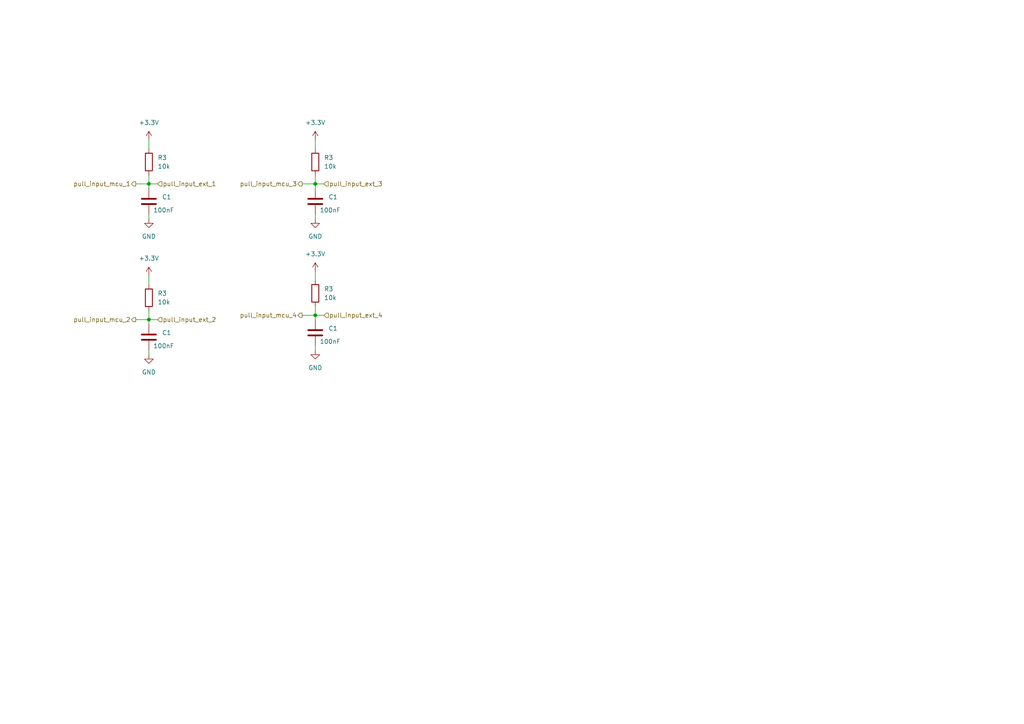
<source format=kicad_sch>
(kicad_sch (version 20230121) (generator eeschema)
  (paper "A4")
  (lib_symbols
    (symbol "Device:C" (pin_numbers hide) (pin_names (offset 0.254))
      (property "Reference" "C" (at 0.635 2.54 0))
      (property "Value" "C" (at 0.635 -2.54 0))
      (symbol "C_0_1"
        (polyline (pts (xy -2.032 -0.762) (xy 2.032 -0.762)) (stroke (width 0.508)))
        (polyline (pts (xy -2.032 0.762) (xy 2.032 0.762)) (stroke (width 0.508)))
      )
      (symbol "C_1_1"
        (pin passive line (at 0 3.81 270) (length 2.794) (name "~") (number "1"))
        (pin passive line (at 0 -3.81 90) (length 2.794) (name "~") (number "2"))
      )
    )
    (symbol "Device:R" (pin_numbers hide) (pin_names (offset 0))
      (property "Reference" "R" (at 2.032 0 90))
      (property "Value" "R" (at 0 0 90))
      (symbol "R_0_1"
        (rectangle (start -1.016 -2.54) (end 1.016 2.54) (stroke (width 0.254)))
      )
      (symbol "R_1_1"
        (pin passive line (at 0 3.81 270) (length 1.27) (name "~") (number "1"))
        (pin passive line (at 0 -3.81 90) (length 1.27) (name "~") (number "2"))
      )
    )
    (symbol "power:+3.3V" (power) (pin_names (offset 0))
      (property "Value" "+3.3V" (at 0 3.556 0))
      (symbol "+3.3V_0_1"
        (polyline (pts (xy -0.762 1.27) (xy 0 2.54)))
        (polyline (pts (xy 0 0) (xy 0 2.54)))
        (polyline (pts (xy 0 2.54) (xy 0.762 1.27)))
      )
      (symbol "+3.3V_1_1"
        (pin power_in line (at 0 0 90) (length 0) hide (name "+3.3V") (number "1"))
      )
    )
    (symbol "power:GND" (power) (pin_names (offset 0))
      (property "Value" "GND" (at 0 -3.81 0))
      (symbol "GND_0_1"
        (polyline (pts (xy 0 0) (xy 0 -1.27) (xy 1.27 -1.27) (xy 0 -2.54) (xy -1.27 -1.27) (xy 0 -1.27)))
      )
      (symbol "GND_1_1"
        (pin power_in line (at 0 0 270) (length 0) hide (name "GND") (number "1"))
      )
    )
  )
  (junction (at 91.44 53.34))
  (junction (at 43.18 92.71))
  (junction (at 91.44 91.44))
  (junction (at 43.18 53.34))
  (wire (pts (xy 91.44 91.44) (xy 91.44 92.71)))
  (wire (pts (xy 43.18 90.17) (xy 43.18 92.71)))
  (wire (pts (xy 43.18 53.34) (xy 43.18 54.61)))
  (wire (pts (xy 43.18 50.8) (xy 43.18 53.34)))
  (wire (pts (xy 91.44 100.33) (xy 91.44 101.6)))
  (wire (pts (xy 87.63 53.34) (xy 91.44 53.34)))
  (wire (pts (xy 91.44 53.34) (xy 93.98 53.34)))
  (wire (pts (xy 43.18 53.34) (xy 45.72 53.34)))
  (wire (pts (xy 91.44 50.8) (xy 91.44 53.34)))
  (wire (pts (xy 91.44 53.34) (xy 91.44 54.61)))
  (wire (pts (xy 39.37 92.71) (xy 43.18 92.71)))
  (wire (pts (xy 91.44 91.44) (xy 93.98 91.44)))
  (wire (pts (xy 43.18 80.01) (xy 43.18 82.55)))
  (wire (pts (xy 43.18 92.71) (xy 45.72 92.71)))
  (wire (pts (xy 43.18 92.71) (xy 43.18 93.98)))
  (wire (pts (xy 43.18 101.6) (xy 43.18 102.87)))
  (wire (pts (xy 43.18 40.64) (xy 43.18 43.18)))
  (wire (pts (xy 91.44 78.74) (xy 91.44 81.28)))
  (wire (pts (xy 87.63 91.44) (xy 91.44 91.44)))
  (wire (pts (xy 91.44 88.9) (xy 91.44 91.44)))
  (wire (pts (xy 39.37 53.34) (xy 43.18 53.34)))
  (wire (pts (xy 91.44 40.64) (xy 91.44 43.18)))
  (wire (pts (xy 91.44 62.23) (xy 91.44 63.5)))
  (wire (pts (xy 43.18 62.23) (xy 43.18 63.5)))
  (hierarchical_label "pull_input_mcu_2" (shape output) (at 39.37 92.71 180))
  (hierarchical_label "pull_input_ext_1" (shape input) (at 45.72 53.34 0))
  (hierarchical_label "pull_input_ext_4" (shape input) (at 93.98 91.44 0))
  (hierarchical_label "pull_input_ext_2" (shape input) (at 45.72 92.71 0))
  (hierarchical_label "pull_input_mcu_3" (shape output) (at 87.63 53.34 180))
  (hierarchical_label "pull_input_mcu_1" (shape output) (at 39.37 53.34 180))
  (hierarchical_label "pull_input_mcu_4" (shape output) (at 87.63 91.44 180))
  (hierarchical_label "pull_input_ext_3" (shape input) (at 93.98 53.34 0))
  (symbol (lib_id "power:+3.3V") (at 91.44 40.64 0) (unit 1)
    (property "Reference" "#PWR036" (effects hide))
    (property "Value" "+3.3V" (at 91.44 35.56 0))
    (instances (project "Phishy_WLED" (path "" (reference "#PWR036") (unit 1)) (path "" (reference "#PWR045") (unit 1))))
  )
  (symbol (lib_id "power:+3.3V") (at 43.18 80.01 0) (unit 1)
    (property "Reference" "#PWR036" (effects hide))
    (property "Value" "+3.3V" (at 43.18 74.93 0))
    (instances (project "Phishy_WLED" (path "" (reference "#PWR036") (unit 1)) (path "" (reference "#PWR043") (unit 1))))
  )
  (symbol (lib_id "Device:C") (at 91.44 58.42 0) (unit 1)
    (property "Reference" "C1" (at 95.25 57.15 0) (effects (justify left)))
    (property "Value" "100nF" (at 92.71 60.96 0) (effects (justify left)))
    (property "Footprint" "Capacitor_SMD:C_0805_2012Metric_Pad1.18x1.45mm_HandSolder" (effects hide))
    (instances (project "Phishy_WLED" (path "" (reference "C1") (unit 1)) (path "" (reference "C13") (unit 1)) (path "" (reference "C16") (unit 1))) (project "DeskWorkShelf" (path "" (reference "C3") (unit 1)) (path "" (reference "C5") (unit 1))))
  )
  (symbol (lib_id "power:GND") (at 91.44 63.5 0) (unit 1)
    (property "Reference" "#PWR037" (effects hide))
    (property "Value" "GND" (at 91.44 68.58 0))
    (instances (project "Phishy_WLED" (path "" (reference "#PWR037") (unit 1)) (path "" (reference "#PWR046") (unit 1))))
  )
  (symbol (lib_id "Device:C") (at 43.18 58.42 0) (unit 1)
    (property "Reference" "C1" (at 46.99 57.15 0) (effects (justify left)))
    (property "Value" "100nF" (at 44.45 60.96 0) (effects (justify left)))
    (property "Footprint" "Capacitor_SMD:C_0805_2012Metric_Pad1.18x1.45mm_HandSolder" (effects hide))
    (instances (project "Phishy_WLED" (path "" (reference "C1") (unit 1)) (path "" (reference "C13") (unit 1)) (path "" (reference "C14") (unit 1))) (project "DeskWorkShelf" (path "" (reference "C3") (unit 1)) (path "" (reference "C5") (unit 1))))
  )
  (symbol (lib_id "Device:C") (at 91.44 96.52 0) (unit 1)
    (property "Reference" "C1" (at 95.25 95.25 0) (effects (justify left)))
    (property "Value" "100nF" (at 92.71 99.06 0) (effects (justify left)))
    (property "Footprint" "Capacitor_SMD:C_0805_2012Metric_Pad1.18x1.45mm_HandSolder" (effects hide))
    (instances (project "Phishy_WLED" (path "" (reference "C1") (unit 1)) (path "" (reference "C13") (unit 1)) (path "" (reference "C17") (unit 1))) (project "DeskWorkShelf" (path "" (reference "C3") (unit 1)) (path "" (reference "C5") (unit 1))))
  )
  (symbol (lib_id "power:GND") (at 43.18 63.5 0) (unit 1)
    (property "Reference" "#PWR037" (effects hide))
    (property "Value" "GND" (at 43.18 68.58 0))
    (instances (project "Phishy_WLED" (path "" (reference "#PWR037") (unit 1)) (path "" (reference "#PWR042") (unit 1))))
  )
  (symbol (lib_id "power:GND") (at 43.18 102.87 0) (unit 1)
    (property "Reference" "#PWR037" (effects hide))
    (property "Value" "GND" (at 43.18 107.95 0))
    (instances (project "Phishy_WLED" (path "" (reference "#PWR037") (unit 1)) (path "" (reference "#PWR044") (unit 1))))
  )
  (symbol (lib_id "Device:R") (at 91.44 46.99 180) (unit 1)
    (property "Reference" "R3" (at 93.98 45.72 0) (effects (justify right)))
    (property "Value" "10k" (at 93.98 48.26 0) (effects (justify right)))
    (property "Footprint" "Resistor_SMD:R_0603_1608Metric" (effects hide))
    (instances (project "Phishy_WLED" (path "" (reference "R3") (unit 1)) (path "" (reference "R24") (unit 1)) (path "" (reference "R27") (unit 1))) (project "DeskWorkShelf" (path "" (reference "R9") (unit 1)) (path "" (reference "R9") (unit 1))))
  )
  (symbol (lib_id "power:GND") (at 91.44 101.6 0) (unit 1)
    (property "Reference" "#PWR037" (effects hide))
    (property "Value" "GND" (at 91.44 106.68 0))
    (instances (project "Phishy_WLED" (path "" (reference "#PWR037") (unit 1)) (path "" (reference "#PWR048") (unit 1))))
  )
  (symbol (lib_id "Device:R") (at 43.18 46.99 180) (unit 1)
    (property "Reference" "R3" (at 45.72 45.72 0) (effects (justify right)))
    (property "Value" "10k" (at 45.72 48.26 0) (effects (justify right)))
    (property "Footprint" "Resistor_SMD:R_0603_1608Metric" (effects hide))
    (instances (project "Phishy_WLED" (path "" (reference "R3") (unit 1)) (path "" (reference "R24") (unit 1)) (path "" (reference "R25") (unit 1))) (project "DeskWorkShelf" (path "" (reference "R9") (unit 1)) (path "" (reference "R9") (unit 1))))
  )
  (symbol (lib_id "Device:R") (at 43.18 86.36 180) (unit 1)
    (property "Reference" "R3" (at 45.72 85.09 0) (effects (justify right)))
    (property "Value" "10k" (at 45.72 87.63 0) (effects (justify right)))
    (property "Footprint" "Resistor_SMD:R_0603_1608Metric" (effects hide))
    (instances (project "Phishy_WLED" (path "" (reference "R3") (unit 1)) (path "" (reference "R24") (unit 1)) (path "" (reference "R26") (unit 1))) (project "DeskWorkShelf" (path "" (reference "R9") (unit 1)) (path "" (reference "R9") (unit 1))))
  )
  (symbol (lib_id "power:+3.3V") (at 43.18 40.64 0) (unit 1)
    (property "Reference" "#PWR036" (effects hide))
    (property "Value" "+3.3V" (at 43.18 35.56 0))
    (instances (project "Phishy_WLED" (path "" (reference "#PWR036") (unit 1)) (path "" (reference "#PWR041") (unit 1))))
  )
  (symbol (lib_id "power:+3.3V") (at 91.44 78.74 0) (unit 1)
    (property "Reference" "#PWR036" (effects hide))
    (property "Value" "+3.3V" (at 91.44 73.66 0))
    (instances (project "Phishy_WLED" (path "" (reference "#PWR036") (unit 1)) (path "" (reference "#PWR047") (unit 1))))
  )
  (symbol (lib_id "Device:C") (at 43.18 97.79 0) (unit 1)
    (property "Reference" "C1" (at 46.99 96.52 0) (effects (justify left)))
    (property "Value" "100nF" (at 44.45 100.33 0) (effects (justify left)))
    (property "Footprint" "Capacitor_SMD:C_0805_2012Metric_Pad1.18x1.45mm_HandSolder" (effects hide))
    (instances (project "Phishy_WLED" (path "" (reference "C1") (unit 1)) (path "" (reference "C13") (unit 1)) (path "" (reference "C15") (unit 1))) (project "DeskWorkShelf" (path "" (reference "C3") (unit 1)) (path "" (reference "C5") (unit 1))))
  )
  (symbol (lib_id "Device:R") (at 91.44 85.09 180) (unit 1)
    (property "Reference" "R3" (at 93.98 83.82 0) (effects (justify right)))
    (property "Value" "10k" (at 93.98 86.36 0) (effects (justify right)))
    (property "Footprint" "Resistor_SMD:R_0603_1608Metric" (effects hide))
    (instances (project "Phishy_WLED" (path "" (reference "R3") (unit 1)) (path "" (reference "R24") (unit 1)) (path "" (reference "R28") (unit 1))) (project "DeskWorkShelf" (path "" (reference "R9") (unit 1)) (path "" (reference "R9") (unit 1))))
  )
)
</source>
